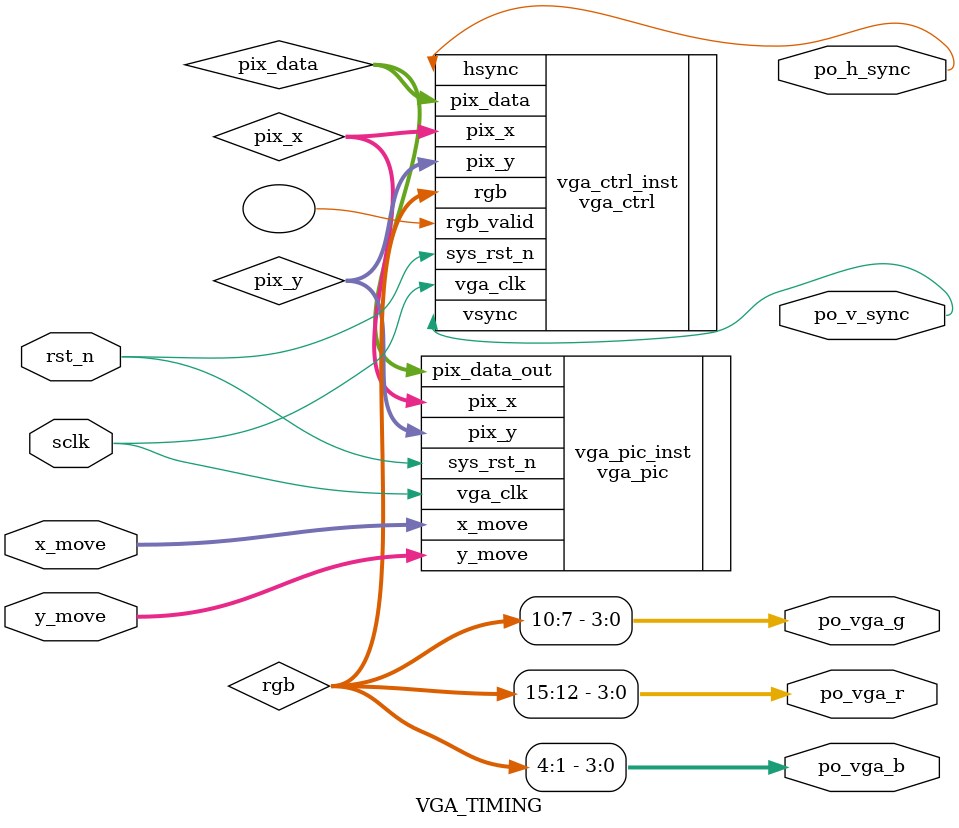
<source format=v>

module    VGA_TIMING(
    input  wire                         sclk                       ,
    input  wire                         rst_n                      ,
    input              [   9:0]         x_move                     ,
    input              [   9:0]         y_move                     ,
//    input  wire        [  19:0]         data                       ,
    output             [   3:0]         po_vga_r                   ,
    output             [   3:0]         po_vga_g                   ,
    output             [   3:0]         po_vga_b                   ,
    //output                              po_de                      ,
    output                              po_v_sync                  ,
    output                              po_h_sync                   
         
//	input	wire	[31:0]	rgb_pixel,
//	output	wire		rd_fifo_en
);
//wire define

wire                   [  11:0]         pix_x                      ;//VGA
wire                   [  11:0]         pix_y                      ;
wire                   [  15:0]         pix_data                   ;
wire                   [  15:0]         rgb                        ;
//wire sclk;
//wire rst_n;

assign po_vga_r={rgb[15:12]};
assign po_vga_g={rgb[10:7]};
assign po_vga_b={rgb[4:1]};

//  clk_wiz_0 instance_name
//    (
//    // Clock in ports
//     .clk_in1(clk_in),      // input clk_in1
//     // Clock out ports
//     .clk_out1(sclk),     // output clk_out1
//     // Status and control signals
//     .locked(rst_n));      // output locked
//------------- vga_ctrl_inst -------------
vga_ctrl  vga_ctrl_inst
(
    .vga_clk                           (sclk                      ),//25MHz,1bit
    .sys_rst_n                         (rst_n                     ),//1bit
    .pix_data                          (pix_data                  ),//16bit

    .pix_x                             (pix_x                     ),//10bit
    .pix_y                             (pix_y                     ),//10bit


    .hsync                             (po_h_sync                 ),//1bit
    .vsync                             (po_v_sync                 ),//1bit
    .rgb_valid                         (                     ),
    .rgb                               (rgb                       ) //16bit
);
//------------- vga_pic_inst -------------
vga_pic vga_pic_inst
(
    .vga_clk                           (sclk                      ),//1bit
    .sys_rst_n                         (rst_n                     ),//1bit
    .pix_x                             (pix_x                     ),//10bit
    .pix_y                             (pix_y                     ),//10bit
    .x_move                            (x_move                 )                   ,
    .y_move                            (y_move                 )                    ,
    .pix_data_out                      (pix_data                  ) //16bit

);

endmodule
</source>
